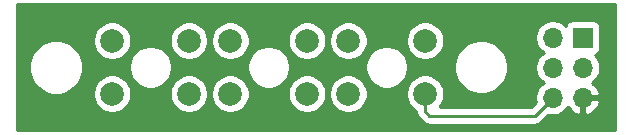
<source format=gbr>
%TF.GenerationSoftware,KiCad,Pcbnew,5.1.7-a382d34a8~88~ubuntu18.04.1*%
%TF.CreationDate,2021-05-22T21:37:03+02:00*%
%TF.ProjectId,button-board-6x6mm-3buttons,62757474-6f6e-42d6-926f-6172642d3678,v1r1*%
%TF.SameCoordinates,Original*%
%TF.FileFunction,Copper,L2,Bot*%
%TF.FilePolarity,Positive*%
%FSLAX46Y46*%
G04 Gerber Fmt 4.6, Leading zero omitted, Abs format (unit mm)*
G04 Created by KiCad (PCBNEW 5.1.7-a382d34a8~88~ubuntu18.04.1) date 2021-05-22 21:37:03*
%MOMM*%
%LPD*%
G01*
G04 APERTURE LIST*
%TA.AperFunction,ComponentPad*%
%ADD10C,2.000000*%
%TD*%
%TA.AperFunction,ComponentPad*%
%ADD11O,1.700000X1.700000*%
%TD*%
%TA.AperFunction,ComponentPad*%
%ADD12R,1.700000X1.700000*%
%TD*%
%TA.AperFunction,ViaPad*%
%ADD13C,0.800000*%
%TD*%
%TA.AperFunction,Conductor*%
%ADD14C,0.250000*%
%TD*%
%TA.AperFunction,Conductor*%
%ADD15C,0.254000*%
%TD*%
%TA.AperFunction,Conductor*%
%ADD16C,0.100000*%
%TD*%
G04 APERTURE END LIST*
D10*
%TO.P,SW3,1*%
%TO.N,Net-(C3-Pad1)*%
X71750000Y-39750000D03*
%TO.P,SW3,2*%
%TO.N,Net-(C3-Pad2)*%
X71750000Y-44250000D03*
%TO.P,SW3,1*%
%TO.N,Net-(C3-Pad1)*%
X65250000Y-39750000D03*
%TO.P,SW3,2*%
%TO.N,Net-(C3-Pad2)*%
X65250000Y-44250000D03*
%TD*%
%TO.P,SW2,1*%
%TO.N,Net-(C2-Pad1)*%
X61750000Y-39750000D03*
%TO.P,SW2,2*%
%TO.N,Net-(C2-Pad2)*%
X61750000Y-44250000D03*
%TO.P,SW2,1*%
%TO.N,Net-(C2-Pad1)*%
X55250000Y-39750000D03*
%TO.P,SW2,2*%
%TO.N,Net-(C2-Pad2)*%
X55250000Y-44250000D03*
%TD*%
D11*
%TO.P,J1,6*%
%TO.N,Net-(C3-Pad2)*%
X82560000Y-44580000D03*
%TO.P,J1,5*%
%TO.N,GND*%
X85100000Y-44580000D03*
%TO.P,J1,4*%
%TO.N,Net-(C2-Pad2)*%
X82560000Y-42040000D03*
%TO.P,J1,3*%
%TO.N,Net-(J1-Pad3)*%
X85100000Y-42040000D03*
%TO.P,J1,2*%
%TO.N,Net-(C1-Pad2)*%
X82560000Y-39500000D03*
D12*
%TO.P,J1,1*%
%TO.N,VCC*%
X85100000Y-39500000D03*
%TD*%
D10*
%TO.P,SW1,1*%
%TO.N,Net-(C1-Pad1)*%
X51750000Y-39750000D03*
%TO.P,SW1,2*%
%TO.N,Net-(C1-Pad2)*%
X51750000Y-44250000D03*
%TO.P,SW1,1*%
%TO.N,Net-(C1-Pad1)*%
X45250000Y-39750000D03*
%TO.P,SW1,2*%
%TO.N,Net-(C1-Pad2)*%
X45250000Y-44250000D03*
%TD*%
D13*
%TO.N,GND*%
X62900000Y-37100000D03*
X53400000Y-37100000D03*
X43500000Y-37100000D03*
X81500000Y-37100000D03*
X80050000Y-37100000D03*
X73150000Y-37100000D03*
X72200000Y-37100000D03*
%TD*%
D14*
%TO.N,Net-(C3-Pad2)*%
X71750000Y-44250000D02*
X71750000Y-45750000D01*
X71750000Y-45750000D02*
X72100000Y-46100000D01*
X81040000Y-46100000D02*
X82560000Y-44580000D01*
X72100000Y-46100000D02*
X81040000Y-46100000D01*
%TD*%
D15*
%TO.N,GND*%
X87840001Y-47340000D02*
X37160000Y-47340000D01*
X37160000Y-41771620D01*
X38181220Y-41771620D01*
X38181220Y-42228380D01*
X38270329Y-42676363D01*
X38445123Y-43098354D01*
X38698886Y-43478136D01*
X39021864Y-43801114D01*
X39401646Y-44054877D01*
X39823637Y-44229671D01*
X40271620Y-44318780D01*
X40728380Y-44318780D01*
X41176363Y-44229671D01*
X41516053Y-44088967D01*
X43615000Y-44088967D01*
X43615000Y-44411033D01*
X43677832Y-44726912D01*
X43801082Y-45024463D01*
X43980013Y-45292252D01*
X44207748Y-45519987D01*
X44475537Y-45698918D01*
X44773088Y-45822168D01*
X45088967Y-45885000D01*
X45411033Y-45885000D01*
X45726912Y-45822168D01*
X46024463Y-45698918D01*
X46292252Y-45519987D01*
X46519987Y-45292252D01*
X46698918Y-45024463D01*
X46822168Y-44726912D01*
X46885000Y-44411033D01*
X46885000Y-44088967D01*
X50115000Y-44088967D01*
X50115000Y-44411033D01*
X50177832Y-44726912D01*
X50301082Y-45024463D01*
X50480013Y-45292252D01*
X50707748Y-45519987D01*
X50975537Y-45698918D01*
X51273088Y-45822168D01*
X51588967Y-45885000D01*
X51911033Y-45885000D01*
X52226912Y-45822168D01*
X52524463Y-45698918D01*
X52792252Y-45519987D01*
X53019987Y-45292252D01*
X53198918Y-45024463D01*
X53322168Y-44726912D01*
X53385000Y-44411033D01*
X53385000Y-44088967D01*
X53615000Y-44088967D01*
X53615000Y-44411033D01*
X53677832Y-44726912D01*
X53801082Y-45024463D01*
X53980013Y-45292252D01*
X54207748Y-45519987D01*
X54475537Y-45698918D01*
X54773088Y-45822168D01*
X55088967Y-45885000D01*
X55411033Y-45885000D01*
X55726912Y-45822168D01*
X56024463Y-45698918D01*
X56292252Y-45519987D01*
X56519987Y-45292252D01*
X56698918Y-45024463D01*
X56822168Y-44726912D01*
X56885000Y-44411033D01*
X56885000Y-44088967D01*
X60115000Y-44088967D01*
X60115000Y-44411033D01*
X60177832Y-44726912D01*
X60301082Y-45024463D01*
X60480013Y-45292252D01*
X60707748Y-45519987D01*
X60975537Y-45698918D01*
X61273088Y-45822168D01*
X61588967Y-45885000D01*
X61911033Y-45885000D01*
X62226912Y-45822168D01*
X62524463Y-45698918D01*
X62792252Y-45519987D01*
X63019987Y-45292252D01*
X63198918Y-45024463D01*
X63322168Y-44726912D01*
X63385000Y-44411033D01*
X63385000Y-44088967D01*
X63615000Y-44088967D01*
X63615000Y-44411033D01*
X63677832Y-44726912D01*
X63801082Y-45024463D01*
X63980013Y-45292252D01*
X64207748Y-45519987D01*
X64475537Y-45698918D01*
X64773088Y-45822168D01*
X65088967Y-45885000D01*
X65411033Y-45885000D01*
X65726912Y-45822168D01*
X66024463Y-45698918D01*
X66292252Y-45519987D01*
X66519987Y-45292252D01*
X66698918Y-45024463D01*
X66822168Y-44726912D01*
X66885000Y-44411033D01*
X66885000Y-44088967D01*
X70115000Y-44088967D01*
X70115000Y-44411033D01*
X70177832Y-44726912D01*
X70301082Y-45024463D01*
X70480013Y-45292252D01*
X70707748Y-45519987D01*
X70975537Y-45698918D01*
X70990001Y-45704909D01*
X70990001Y-45712668D01*
X70986324Y-45750000D01*
X70990001Y-45787333D01*
X71000998Y-45898986D01*
X71014180Y-45942442D01*
X71044454Y-46042246D01*
X71115026Y-46174276D01*
X71176339Y-46248985D01*
X71210000Y-46290001D01*
X71238998Y-46313799D01*
X71536196Y-46610997D01*
X71559999Y-46640001D01*
X71675724Y-46734974D01*
X71807753Y-46805546D01*
X71951014Y-46849003D01*
X72062667Y-46860000D01*
X72062675Y-46860000D01*
X72100000Y-46863676D01*
X72137325Y-46860000D01*
X81002678Y-46860000D01*
X81040000Y-46863676D01*
X81077322Y-46860000D01*
X81077333Y-46860000D01*
X81188986Y-46849003D01*
X81332247Y-46805546D01*
X81464276Y-46734974D01*
X81580001Y-46640001D01*
X81603804Y-46610997D01*
X82193592Y-46021209D01*
X82413740Y-46065000D01*
X82706260Y-46065000D01*
X82993158Y-46007932D01*
X83263411Y-45895990D01*
X83506632Y-45733475D01*
X83713475Y-45526632D01*
X83831100Y-45350594D01*
X84002412Y-45580269D01*
X84218645Y-45775178D01*
X84468748Y-45924157D01*
X84743109Y-46021481D01*
X84973000Y-45900814D01*
X84973000Y-44707000D01*
X85227000Y-44707000D01*
X85227000Y-45900814D01*
X85456891Y-46021481D01*
X85731252Y-45924157D01*
X85981355Y-45775178D01*
X86197588Y-45580269D01*
X86371641Y-45346920D01*
X86496825Y-45084099D01*
X86541476Y-44936890D01*
X86420155Y-44707000D01*
X85227000Y-44707000D01*
X84973000Y-44707000D01*
X84953000Y-44707000D01*
X84953000Y-44453000D01*
X84973000Y-44453000D01*
X84973000Y-44433000D01*
X85227000Y-44433000D01*
X85227000Y-44453000D01*
X86420155Y-44453000D01*
X86541476Y-44223110D01*
X86496825Y-44075901D01*
X86371641Y-43813080D01*
X86197588Y-43579731D01*
X85981355Y-43384822D01*
X85864466Y-43315195D01*
X86046632Y-43193475D01*
X86253475Y-42986632D01*
X86415990Y-42743411D01*
X86527932Y-42473158D01*
X86585000Y-42186260D01*
X86585000Y-41893740D01*
X86527932Y-41606842D01*
X86415990Y-41336589D01*
X86253475Y-41093368D01*
X86121620Y-40961513D01*
X86194180Y-40939502D01*
X86304494Y-40880537D01*
X86401185Y-40801185D01*
X86480537Y-40704494D01*
X86539502Y-40594180D01*
X86575812Y-40474482D01*
X86588072Y-40350000D01*
X86588072Y-38650000D01*
X86575812Y-38525518D01*
X86539502Y-38405820D01*
X86480537Y-38295506D01*
X86401185Y-38198815D01*
X86304494Y-38119463D01*
X86194180Y-38060498D01*
X86074482Y-38024188D01*
X85950000Y-38011928D01*
X84250000Y-38011928D01*
X84125518Y-38024188D01*
X84005820Y-38060498D01*
X83895506Y-38119463D01*
X83798815Y-38198815D01*
X83719463Y-38295506D01*
X83660498Y-38405820D01*
X83638487Y-38478380D01*
X83506632Y-38346525D01*
X83263411Y-38184010D01*
X82993158Y-38072068D01*
X82706260Y-38015000D01*
X82413740Y-38015000D01*
X82126842Y-38072068D01*
X81856589Y-38184010D01*
X81613368Y-38346525D01*
X81406525Y-38553368D01*
X81244010Y-38796589D01*
X81132068Y-39066842D01*
X81075000Y-39353740D01*
X81075000Y-39646260D01*
X81132068Y-39933158D01*
X81244010Y-40203411D01*
X81406525Y-40446632D01*
X81613368Y-40653475D01*
X81787760Y-40770000D01*
X81613368Y-40886525D01*
X81406525Y-41093368D01*
X81244010Y-41336589D01*
X81132068Y-41606842D01*
X81075000Y-41893740D01*
X81075000Y-42186260D01*
X81132068Y-42473158D01*
X81244010Y-42743411D01*
X81406525Y-42986632D01*
X81613368Y-43193475D01*
X81787760Y-43310000D01*
X81613368Y-43426525D01*
X81406525Y-43633368D01*
X81244010Y-43876589D01*
X81132068Y-44146842D01*
X81075000Y-44433740D01*
X81075000Y-44726260D01*
X81118791Y-44946408D01*
X80725199Y-45340000D01*
X72972239Y-45340000D01*
X73019987Y-45292252D01*
X73198918Y-45024463D01*
X73322168Y-44726912D01*
X73385000Y-44411033D01*
X73385000Y-44088967D01*
X73322168Y-43773088D01*
X73198918Y-43475537D01*
X73019987Y-43207748D01*
X72792252Y-42980013D01*
X72524463Y-42801082D01*
X72226912Y-42677832D01*
X71911033Y-42615000D01*
X71588967Y-42615000D01*
X71273088Y-42677832D01*
X70975537Y-42801082D01*
X70707748Y-42980013D01*
X70480013Y-43207748D01*
X70301082Y-43475537D01*
X70177832Y-43773088D01*
X70115000Y-44088967D01*
X66885000Y-44088967D01*
X66822168Y-43773088D01*
X66698918Y-43475537D01*
X66519987Y-43207748D01*
X66292252Y-42980013D01*
X66024463Y-42801082D01*
X65726912Y-42677832D01*
X65411033Y-42615000D01*
X65088967Y-42615000D01*
X64773088Y-42677832D01*
X64475537Y-42801082D01*
X64207748Y-42980013D01*
X63980013Y-43207748D01*
X63801082Y-43475537D01*
X63677832Y-43773088D01*
X63615000Y-44088967D01*
X63385000Y-44088967D01*
X63322168Y-43773088D01*
X63198918Y-43475537D01*
X63019987Y-43207748D01*
X62792252Y-42980013D01*
X62524463Y-42801082D01*
X62226912Y-42677832D01*
X61911033Y-42615000D01*
X61588967Y-42615000D01*
X61273088Y-42677832D01*
X60975537Y-42801082D01*
X60707748Y-42980013D01*
X60480013Y-43207748D01*
X60301082Y-43475537D01*
X60177832Y-43773088D01*
X60115000Y-44088967D01*
X56885000Y-44088967D01*
X56822168Y-43773088D01*
X56698918Y-43475537D01*
X56519987Y-43207748D01*
X56292252Y-42980013D01*
X56024463Y-42801082D01*
X55726912Y-42677832D01*
X55411033Y-42615000D01*
X55088967Y-42615000D01*
X54773088Y-42677832D01*
X54475537Y-42801082D01*
X54207748Y-42980013D01*
X53980013Y-43207748D01*
X53801082Y-43475537D01*
X53677832Y-43773088D01*
X53615000Y-44088967D01*
X53385000Y-44088967D01*
X53322168Y-43773088D01*
X53198918Y-43475537D01*
X53019987Y-43207748D01*
X52792252Y-42980013D01*
X52524463Y-42801082D01*
X52226912Y-42677832D01*
X51911033Y-42615000D01*
X51588967Y-42615000D01*
X51273088Y-42677832D01*
X50975537Y-42801082D01*
X50707748Y-42980013D01*
X50480013Y-43207748D01*
X50301082Y-43475537D01*
X50177832Y-43773088D01*
X50115000Y-44088967D01*
X46885000Y-44088967D01*
X46822168Y-43773088D01*
X46698918Y-43475537D01*
X46519987Y-43207748D01*
X46292252Y-42980013D01*
X46024463Y-42801082D01*
X45726912Y-42677832D01*
X45411033Y-42615000D01*
X45088967Y-42615000D01*
X44773088Y-42677832D01*
X44475537Y-42801082D01*
X44207748Y-42980013D01*
X43980013Y-43207748D01*
X43801082Y-43475537D01*
X43677832Y-43773088D01*
X43615000Y-44088967D01*
X41516053Y-44088967D01*
X41598354Y-44054877D01*
X41978136Y-43801114D01*
X42301114Y-43478136D01*
X42554877Y-43098354D01*
X42729671Y-42676363D01*
X42818780Y-42228380D01*
X42818780Y-41820629D01*
X46678812Y-41820629D01*
X46678812Y-42179371D01*
X46748799Y-42531221D01*
X46886084Y-42862656D01*
X47085391Y-43160940D01*
X47339060Y-43414609D01*
X47637344Y-43613916D01*
X47968779Y-43751201D01*
X48320629Y-43821188D01*
X48679371Y-43821188D01*
X49031221Y-43751201D01*
X49362656Y-43613916D01*
X49660940Y-43414609D01*
X49914609Y-43160940D01*
X50113916Y-42862656D01*
X50251201Y-42531221D01*
X50321188Y-42179371D01*
X50321188Y-41820629D01*
X56678812Y-41820629D01*
X56678812Y-42179371D01*
X56748799Y-42531221D01*
X56886084Y-42862656D01*
X57085391Y-43160940D01*
X57339060Y-43414609D01*
X57637344Y-43613916D01*
X57968779Y-43751201D01*
X58320629Y-43821188D01*
X58679371Y-43821188D01*
X59031221Y-43751201D01*
X59362656Y-43613916D01*
X59660940Y-43414609D01*
X59914609Y-43160940D01*
X60113916Y-42862656D01*
X60251201Y-42531221D01*
X60321188Y-42179371D01*
X60321188Y-41820629D01*
X66678812Y-41820629D01*
X66678812Y-42179371D01*
X66748799Y-42531221D01*
X66886084Y-42862656D01*
X67085391Y-43160940D01*
X67339060Y-43414609D01*
X67637344Y-43613916D01*
X67968779Y-43751201D01*
X68320629Y-43821188D01*
X68679371Y-43821188D01*
X69031221Y-43751201D01*
X69362656Y-43613916D01*
X69660940Y-43414609D01*
X69914609Y-43160940D01*
X70113916Y-42862656D01*
X70251201Y-42531221D01*
X70321188Y-42179371D01*
X70321188Y-41820629D01*
X70312415Y-41776521D01*
X74230979Y-41776521D01*
X74230979Y-42223479D01*
X74318176Y-42661849D01*
X74489220Y-43074785D01*
X74737536Y-43446417D01*
X75053583Y-43762464D01*
X75425215Y-44010780D01*
X75838151Y-44181824D01*
X76276521Y-44269021D01*
X76723479Y-44269021D01*
X77161849Y-44181824D01*
X77574785Y-44010780D01*
X77946417Y-43762464D01*
X78262464Y-43446417D01*
X78510780Y-43074785D01*
X78681824Y-42661849D01*
X78769021Y-42223479D01*
X78769021Y-41776521D01*
X78681824Y-41338151D01*
X78510780Y-40925215D01*
X78262464Y-40553583D01*
X77946417Y-40237536D01*
X77574785Y-39989220D01*
X77161849Y-39818176D01*
X76723479Y-39730979D01*
X76276521Y-39730979D01*
X75838151Y-39818176D01*
X75425215Y-39989220D01*
X75053583Y-40237536D01*
X74737536Y-40553583D01*
X74489220Y-40925215D01*
X74318176Y-41338151D01*
X74230979Y-41776521D01*
X70312415Y-41776521D01*
X70251201Y-41468779D01*
X70113916Y-41137344D01*
X69914609Y-40839060D01*
X69660940Y-40585391D01*
X69362656Y-40386084D01*
X69031221Y-40248799D01*
X68679371Y-40178812D01*
X68320629Y-40178812D01*
X67968779Y-40248799D01*
X67637344Y-40386084D01*
X67339060Y-40585391D01*
X67085391Y-40839060D01*
X66886084Y-41137344D01*
X66748799Y-41468779D01*
X66678812Y-41820629D01*
X60321188Y-41820629D01*
X60251201Y-41468779D01*
X60113916Y-41137344D01*
X59914609Y-40839060D01*
X59660940Y-40585391D01*
X59362656Y-40386084D01*
X59031221Y-40248799D01*
X58679371Y-40178812D01*
X58320629Y-40178812D01*
X57968779Y-40248799D01*
X57637344Y-40386084D01*
X57339060Y-40585391D01*
X57085391Y-40839060D01*
X56886084Y-41137344D01*
X56748799Y-41468779D01*
X56678812Y-41820629D01*
X50321188Y-41820629D01*
X50251201Y-41468779D01*
X50113916Y-41137344D01*
X49914609Y-40839060D01*
X49660940Y-40585391D01*
X49362656Y-40386084D01*
X49031221Y-40248799D01*
X48679371Y-40178812D01*
X48320629Y-40178812D01*
X47968779Y-40248799D01*
X47637344Y-40386084D01*
X47339060Y-40585391D01*
X47085391Y-40839060D01*
X46886084Y-41137344D01*
X46748799Y-41468779D01*
X46678812Y-41820629D01*
X42818780Y-41820629D01*
X42818780Y-41771620D01*
X42729671Y-41323637D01*
X42554877Y-40901646D01*
X42301114Y-40521864D01*
X41978136Y-40198886D01*
X41598354Y-39945123D01*
X41176363Y-39770329D01*
X40728380Y-39681220D01*
X40271620Y-39681220D01*
X39823637Y-39770329D01*
X39401646Y-39945123D01*
X39021864Y-40198886D01*
X38698886Y-40521864D01*
X38445123Y-40901646D01*
X38270329Y-41323637D01*
X38181220Y-41771620D01*
X37160000Y-41771620D01*
X37160000Y-39588967D01*
X43615000Y-39588967D01*
X43615000Y-39911033D01*
X43677832Y-40226912D01*
X43801082Y-40524463D01*
X43980013Y-40792252D01*
X44207748Y-41019987D01*
X44475537Y-41198918D01*
X44773088Y-41322168D01*
X45088967Y-41385000D01*
X45411033Y-41385000D01*
X45726912Y-41322168D01*
X46024463Y-41198918D01*
X46292252Y-41019987D01*
X46519987Y-40792252D01*
X46698918Y-40524463D01*
X46822168Y-40226912D01*
X46885000Y-39911033D01*
X46885000Y-39588967D01*
X50115000Y-39588967D01*
X50115000Y-39911033D01*
X50177832Y-40226912D01*
X50301082Y-40524463D01*
X50480013Y-40792252D01*
X50707748Y-41019987D01*
X50975537Y-41198918D01*
X51273088Y-41322168D01*
X51588967Y-41385000D01*
X51911033Y-41385000D01*
X52226912Y-41322168D01*
X52524463Y-41198918D01*
X52792252Y-41019987D01*
X53019987Y-40792252D01*
X53198918Y-40524463D01*
X53322168Y-40226912D01*
X53385000Y-39911033D01*
X53385000Y-39588967D01*
X53615000Y-39588967D01*
X53615000Y-39911033D01*
X53677832Y-40226912D01*
X53801082Y-40524463D01*
X53980013Y-40792252D01*
X54207748Y-41019987D01*
X54475537Y-41198918D01*
X54773088Y-41322168D01*
X55088967Y-41385000D01*
X55411033Y-41385000D01*
X55726912Y-41322168D01*
X56024463Y-41198918D01*
X56292252Y-41019987D01*
X56519987Y-40792252D01*
X56698918Y-40524463D01*
X56822168Y-40226912D01*
X56885000Y-39911033D01*
X56885000Y-39588967D01*
X60115000Y-39588967D01*
X60115000Y-39911033D01*
X60177832Y-40226912D01*
X60301082Y-40524463D01*
X60480013Y-40792252D01*
X60707748Y-41019987D01*
X60975537Y-41198918D01*
X61273088Y-41322168D01*
X61588967Y-41385000D01*
X61911033Y-41385000D01*
X62226912Y-41322168D01*
X62524463Y-41198918D01*
X62792252Y-41019987D01*
X63019987Y-40792252D01*
X63198918Y-40524463D01*
X63322168Y-40226912D01*
X63385000Y-39911033D01*
X63385000Y-39588967D01*
X63615000Y-39588967D01*
X63615000Y-39911033D01*
X63677832Y-40226912D01*
X63801082Y-40524463D01*
X63980013Y-40792252D01*
X64207748Y-41019987D01*
X64475537Y-41198918D01*
X64773088Y-41322168D01*
X65088967Y-41385000D01*
X65411033Y-41385000D01*
X65726912Y-41322168D01*
X66024463Y-41198918D01*
X66292252Y-41019987D01*
X66519987Y-40792252D01*
X66698918Y-40524463D01*
X66822168Y-40226912D01*
X66885000Y-39911033D01*
X66885000Y-39588967D01*
X70115000Y-39588967D01*
X70115000Y-39911033D01*
X70177832Y-40226912D01*
X70301082Y-40524463D01*
X70480013Y-40792252D01*
X70707748Y-41019987D01*
X70975537Y-41198918D01*
X71273088Y-41322168D01*
X71588967Y-41385000D01*
X71911033Y-41385000D01*
X72226912Y-41322168D01*
X72524463Y-41198918D01*
X72792252Y-41019987D01*
X73019987Y-40792252D01*
X73198918Y-40524463D01*
X73322168Y-40226912D01*
X73385000Y-39911033D01*
X73385000Y-39588967D01*
X73322168Y-39273088D01*
X73198918Y-38975537D01*
X73019987Y-38707748D01*
X72792252Y-38480013D01*
X72524463Y-38301082D01*
X72226912Y-38177832D01*
X71911033Y-38115000D01*
X71588967Y-38115000D01*
X71273088Y-38177832D01*
X70975537Y-38301082D01*
X70707748Y-38480013D01*
X70480013Y-38707748D01*
X70301082Y-38975537D01*
X70177832Y-39273088D01*
X70115000Y-39588967D01*
X66885000Y-39588967D01*
X66822168Y-39273088D01*
X66698918Y-38975537D01*
X66519987Y-38707748D01*
X66292252Y-38480013D01*
X66024463Y-38301082D01*
X65726912Y-38177832D01*
X65411033Y-38115000D01*
X65088967Y-38115000D01*
X64773088Y-38177832D01*
X64475537Y-38301082D01*
X64207748Y-38480013D01*
X63980013Y-38707748D01*
X63801082Y-38975537D01*
X63677832Y-39273088D01*
X63615000Y-39588967D01*
X63385000Y-39588967D01*
X63322168Y-39273088D01*
X63198918Y-38975537D01*
X63019987Y-38707748D01*
X62792252Y-38480013D01*
X62524463Y-38301082D01*
X62226912Y-38177832D01*
X61911033Y-38115000D01*
X61588967Y-38115000D01*
X61273088Y-38177832D01*
X60975537Y-38301082D01*
X60707748Y-38480013D01*
X60480013Y-38707748D01*
X60301082Y-38975537D01*
X60177832Y-39273088D01*
X60115000Y-39588967D01*
X56885000Y-39588967D01*
X56822168Y-39273088D01*
X56698918Y-38975537D01*
X56519987Y-38707748D01*
X56292252Y-38480013D01*
X56024463Y-38301082D01*
X55726912Y-38177832D01*
X55411033Y-38115000D01*
X55088967Y-38115000D01*
X54773088Y-38177832D01*
X54475537Y-38301082D01*
X54207748Y-38480013D01*
X53980013Y-38707748D01*
X53801082Y-38975537D01*
X53677832Y-39273088D01*
X53615000Y-39588967D01*
X53385000Y-39588967D01*
X53322168Y-39273088D01*
X53198918Y-38975537D01*
X53019987Y-38707748D01*
X52792252Y-38480013D01*
X52524463Y-38301082D01*
X52226912Y-38177832D01*
X51911033Y-38115000D01*
X51588967Y-38115000D01*
X51273088Y-38177832D01*
X50975537Y-38301082D01*
X50707748Y-38480013D01*
X50480013Y-38707748D01*
X50301082Y-38975537D01*
X50177832Y-39273088D01*
X50115000Y-39588967D01*
X46885000Y-39588967D01*
X46822168Y-39273088D01*
X46698918Y-38975537D01*
X46519987Y-38707748D01*
X46292252Y-38480013D01*
X46024463Y-38301082D01*
X45726912Y-38177832D01*
X45411033Y-38115000D01*
X45088967Y-38115000D01*
X44773088Y-38177832D01*
X44475537Y-38301082D01*
X44207748Y-38480013D01*
X43980013Y-38707748D01*
X43801082Y-38975537D01*
X43677832Y-39273088D01*
X43615000Y-39588967D01*
X37160000Y-39588967D01*
X37160000Y-36667275D01*
X37160666Y-36660487D01*
X37165301Y-36660000D01*
X87840000Y-36660000D01*
X87840001Y-47340000D01*
%TA.AperFunction,Conductor*%
D16*
G36*
X87840001Y-47340000D02*
G01*
X37160000Y-47340000D01*
X37160000Y-41771620D01*
X38181220Y-41771620D01*
X38181220Y-42228380D01*
X38270329Y-42676363D01*
X38445123Y-43098354D01*
X38698886Y-43478136D01*
X39021864Y-43801114D01*
X39401646Y-44054877D01*
X39823637Y-44229671D01*
X40271620Y-44318780D01*
X40728380Y-44318780D01*
X41176363Y-44229671D01*
X41516053Y-44088967D01*
X43615000Y-44088967D01*
X43615000Y-44411033D01*
X43677832Y-44726912D01*
X43801082Y-45024463D01*
X43980013Y-45292252D01*
X44207748Y-45519987D01*
X44475537Y-45698918D01*
X44773088Y-45822168D01*
X45088967Y-45885000D01*
X45411033Y-45885000D01*
X45726912Y-45822168D01*
X46024463Y-45698918D01*
X46292252Y-45519987D01*
X46519987Y-45292252D01*
X46698918Y-45024463D01*
X46822168Y-44726912D01*
X46885000Y-44411033D01*
X46885000Y-44088967D01*
X50115000Y-44088967D01*
X50115000Y-44411033D01*
X50177832Y-44726912D01*
X50301082Y-45024463D01*
X50480013Y-45292252D01*
X50707748Y-45519987D01*
X50975537Y-45698918D01*
X51273088Y-45822168D01*
X51588967Y-45885000D01*
X51911033Y-45885000D01*
X52226912Y-45822168D01*
X52524463Y-45698918D01*
X52792252Y-45519987D01*
X53019987Y-45292252D01*
X53198918Y-45024463D01*
X53322168Y-44726912D01*
X53385000Y-44411033D01*
X53385000Y-44088967D01*
X53615000Y-44088967D01*
X53615000Y-44411033D01*
X53677832Y-44726912D01*
X53801082Y-45024463D01*
X53980013Y-45292252D01*
X54207748Y-45519987D01*
X54475537Y-45698918D01*
X54773088Y-45822168D01*
X55088967Y-45885000D01*
X55411033Y-45885000D01*
X55726912Y-45822168D01*
X56024463Y-45698918D01*
X56292252Y-45519987D01*
X56519987Y-45292252D01*
X56698918Y-45024463D01*
X56822168Y-44726912D01*
X56885000Y-44411033D01*
X56885000Y-44088967D01*
X60115000Y-44088967D01*
X60115000Y-44411033D01*
X60177832Y-44726912D01*
X60301082Y-45024463D01*
X60480013Y-45292252D01*
X60707748Y-45519987D01*
X60975537Y-45698918D01*
X61273088Y-45822168D01*
X61588967Y-45885000D01*
X61911033Y-45885000D01*
X62226912Y-45822168D01*
X62524463Y-45698918D01*
X62792252Y-45519987D01*
X63019987Y-45292252D01*
X63198918Y-45024463D01*
X63322168Y-44726912D01*
X63385000Y-44411033D01*
X63385000Y-44088967D01*
X63615000Y-44088967D01*
X63615000Y-44411033D01*
X63677832Y-44726912D01*
X63801082Y-45024463D01*
X63980013Y-45292252D01*
X64207748Y-45519987D01*
X64475537Y-45698918D01*
X64773088Y-45822168D01*
X65088967Y-45885000D01*
X65411033Y-45885000D01*
X65726912Y-45822168D01*
X66024463Y-45698918D01*
X66292252Y-45519987D01*
X66519987Y-45292252D01*
X66698918Y-45024463D01*
X66822168Y-44726912D01*
X66885000Y-44411033D01*
X66885000Y-44088967D01*
X70115000Y-44088967D01*
X70115000Y-44411033D01*
X70177832Y-44726912D01*
X70301082Y-45024463D01*
X70480013Y-45292252D01*
X70707748Y-45519987D01*
X70975537Y-45698918D01*
X70990001Y-45704909D01*
X70990001Y-45712668D01*
X70986324Y-45750000D01*
X70990001Y-45787333D01*
X71000998Y-45898986D01*
X71014180Y-45942442D01*
X71044454Y-46042246D01*
X71115026Y-46174276D01*
X71176339Y-46248985D01*
X71210000Y-46290001D01*
X71238998Y-46313799D01*
X71536196Y-46610997D01*
X71559999Y-46640001D01*
X71675724Y-46734974D01*
X71807753Y-46805546D01*
X71951014Y-46849003D01*
X72062667Y-46860000D01*
X72062675Y-46860000D01*
X72100000Y-46863676D01*
X72137325Y-46860000D01*
X81002678Y-46860000D01*
X81040000Y-46863676D01*
X81077322Y-46860000D01*
X81077333Y-46860000D01*
X81188986Y-46849003D01*
X81332247Y-46805546D01*
X81464276Y-46734974D01*
X81580001Y-46640001D01*
X81603804Y-46610997D01*
X82193592Y-46021209D01*
X82413740Y-46065000D01*
X82706260Y-46065000D01*
X82993158Y-46007932D01*
X83263411Y-45895990D01*
X83506632Y-45733475D01*
X83713475Y-45526632D01*
X83831100Y-45350594D01*
X84002412Y-45580269D01*
X84218645Y-45775178D01*
X84468748Y-45924157D01*
X84743109Y-46021481D01*
X84973000Y-45900814D01*
X84973000Y-44707000D01*
X85227000Y-44707000D01*
X85227000Y-45900814D01*
X85456891Y-46021481D01*
X85731252Y-45924157D01*
X85981355Y-45775178D01*
X86197588Y-45580269D01*
X86371641Y-45346920D01*
X86496825Y-45084099D01*
X86541476Y-44936890D01*
X86420155Y-44707000D01*
X85227000Y-44707000D01*
X84973000Y-44707000D01*
X84953000Y-44707000D01*
X84953000Y-44453000D01*
X84973000Y-44453000D01*
X84973000Y-44433000D01*
X85227000Y-44433000D01*
X85227000Y-44453000D01*
X86420155Y-44453000D01*
X86541476Y-44223110D01*
X86496825Y-44075901D01*
X86371641Y-43813080D01*
X86197588Y-43579731D01*
X85981355Y-43384822D01*
X85864466Y-43315195D01*
X86046632Y-43193475D01*
X86253475Y-42986632D01*
X86415990Y-42743411D01*
X86527932Y-42473158D01*
X86585000Y-42186260D01*
X86585000Y-41893740D01*
X86527932Y-41606842D01*
X86415990Y-41336589D01*
X86253475Y-41093368D01*
X86121620Y-40961513D01*
X86194180Y-40939502D01*
X86304494Y-40880537D01*
X86401185Y-40801185D01*
X86480537Y-40704494D01*
X86539502Y-40594180D01*
X86575812Y-40474482D01*
X86588072Y-40350000D01*
X86588072Y-38650000D01*
X86575812Y-38525518D01*
X86539502Y-38405820D01*
X86480537Y-38295506D01*
X86401185Y-38198815D01*
X86304494Y-38119463D01*
X86194180Y-38060498D01*
X86074482Y-38024188D01*
X85950000Y-38011928D01*
X84250000Y-38011928D01*
X84125518Y-38024188D01*
X84005820Y-38060498D01*
X83895506Y-38119463D01*
X83798815Y-38198815D01*
X83719463Y-38295506D01*
X83660498Y-38405820D01*
X83638487Y-38478380D01*
X83506632Y-38346525D01*
X83263411Y-38184010D01*
X82993158Y-38072068D01*
X82706260Y-38015000D01*
X82413740Y-38015000D01*
X82126842Y-38072068D01*
X81856589Y-38184010D01*
X81613368Y-38346525D01*
X81406525Y-38553368D01*
X81244010Y-38796589D01*
X81132068Y-39066842D01*
X81075000Y-39353740D01*
X81075000Y-39646260D01*
X81132068Y-39933158D01*
X81244010Y-40203411D01*
X81406525Y-40446632D01*
X81613368Y-40653475D01*
X81787760Y-40770000D01*
X81613368Y-40886525D01*
X81406525Y-41093368D01*
X81244010Y-41336589D01*
X81132068Y-41606842D01*
X81075000Y-41893740D01*
X81075000Y-42186260D01*
X81132068Y-42473158D01*
X81244010Y-42743411D01*
X81406525Y-42986632D01*
X81613368Y-43193475D01*
X81787760Y-43310000D01*
X81613368Y-43426525D01*
X81406525Y-43633368D01*
X81244010Y-43876589D01*
X81132068Y-44146842D01*
X81075000Y-44433740D01*
X81075000Y-44726260D01*
X81118791Y-44946408D01*
X80725199Y-45340000D01*
X72972239Y-45340000D01*
X73019987Y-45292252D01*
X73198918Y-45024463D01*
X73322168Y-44726912D01*
X73385000Y-44411033D01*
X73385000Y-44088967D01*
X73322168Y-43773088D01*
X73198918Y-43475537D01*
X73019987Y-43207748D01*
X72792252Y-42980013D01*
X72524463Y-42801082D01*
X72226912Y-42677832D01*
X71911033Y-42615000D01*
X71588967Y-42615000D01*
X71273088Y-42677832D01*
X70975537Y-42801082D01*
X70707748Y-42980013D01*
X70480013Y-43207748D01*
X70301082Y-43475537D01*
X70177832Y-43773088D01*
X70115000Y-44088967D01*
X66885000Y-44088967D01*
X66822168Y-43773088D01*
X66698918Y-43475537D01*
X66519987Y-43207748D01*
X66292252Y-42980013D01*
X66024463Y-42801082D01*
X65726912Y-42677832D01*
X65411033Y-42615000D01*
X65088967Y-42615000D01*
X64773088Y-42677832D01*
X64475537Y-42801082D01*
X64207748Y-42980013D01*
X63980013Y-43207748D01*
X63801082Y-43475537D01*
X63677832Y-43773088D01*
X63615000Y-44088967D01*
X63385000Y-44088967D01*
X63322168Y-43773088D01*
X63198918Y-43475537D01*
X63019987Y-43207748D01*
X62792252Y-42980013D01*
X62524463Y-42801082D01*
X62226912Y-42677832D01*
X61911033Y-42615000D01*
X61588967Y-42615000D01*
X61273088Y-42677832D01*
X60975537Y-42801082D01*
X60707748Y-42980013D01*
X60480013Y-43207748D01*
X60301082Y-43475537D01*
X60177832Y-43773088D01*
X60115000Y-44088967D01*
X56885000Y-44088967D01*
X56822168Y-43773088D01*
X56698918Y-43475537D01*
X56519987Y-43207748D01*
X56292252Y-42980013D01*
X56024463Y-42801082D01*
X55726912Y-42677832D01*
X55411033Y-42615000D01*
X55088967Y-42615000D01*
X54773088Y-42677832D01*
X54475537Y-42801082D01*
X54207748Y-42980013D01*
X53980013Y-43207748D01*
X53801082Y-43475537D01*
X53677832Y-43773088D01*
X53615000Y-44088967D01*
X53385000Y-44088967D01*
X53322168Y-43773088D01*
X53198918Y-43475537D01*
X53019987Y-43207748D01*
X52792252Y-42980013D01*
X52524463Y-42801082D01*
X52226912Y-42677832D01*
X51911033Y-42615000D01*
X51588967Y-42615000D01*
X51273088Y-42677832D01*
X50975537Y-42801082D01*
X50707748Y-42980013D01*
X50480013Y-43207748D01*
X50301082Y-43475537D01*
X50177832Y-43773088D01*
X50115000Y-44088967D01*
X46885000Y-44088967D01*
X46822168Y-43773088D01*
X46698918Y-43475537D01*
X46519987Y-43207748D01*
X46292252Y-42980013D01*
X46024463Y-42801082D01*
X45726912Y-42677832D01*
X45411033Y-42615000D01*
X45088967Y-42615000D01*
X44773088Y-42677832D01*
X44475537Y-42801082D01*
X44207748Y-42980013D01*
X43980013Y-43207748D01*
X43801082Y-43475537D01*
X43677832Y-43773088D01*
X43615000Y-44088967D01*
X41516053Y-44088967D01*
X41598354Y-44054877D01*
X41978136Y-43801114D01*
X42301114Y-43478136D01*
X42554877Y-43098354D01*
X42729671Y-42676363D01*
X42818780Y-42228380D01*
X42818780Y-41820629D01*
X46678812Y-41820629D01*
X46678812Y-42179371D01*
X46748799Y-42531221D01*
X46886084Y-42862656D01*
X47085391Y-43160940D01*
X47339060Y-43414609D01*
X47637344Y-43613916D01*
X47968779Y-43751201D01*
X48320629Y-43821188D01*
X48679371Y-43821188D01*
X49031221Y-43751201D01*
X49362656Y-43613916D01*
X49660940Y-43414609D01*
X49914609Y-43160940D01*
X50113916Y-42862656D01*
X50251201Y-42531221D01*
X50321188Y-42179371D01*
X50321188Y-41820629D01*
X56678812Y-41820629D01*
X56678812Y-42179371D01*
X56748799Y-42531221D01*
X56886084Y-42862656D01*
X57085391Y-43160940D01*
X57339060Y-43414609D01*
X57637344Y-43613916D01*
X57968779Y-43751201D01*
X58320629Y-43821188D01*
X58679371Y-43821188D01*
X59031221Y-43751201D01*
X59362656Y-43613916D01*
X59660940Y-43414609D01*
X59914609Y-43160940D01*
X60113916Y-42862656D01*
X60251201Y-42531221D01*
X60321188Y-42179371D01*
X60321188Y-41820629D01*
X66678812Y-41820629D01*
X66678812Y-42179371D01*
X66748799Y-42531221D01*
X66886084Y-42862656D01*
X67085391Y-43160940D01*
X67339060Y-43414609D01*
X67637344Y-43613916D01*
X67968779Y-43751201D01*
X68320629Y-43821188D01*
X68679371Y-43821188D01*
X69031221Y-43751201D01*
X69362656Y-43613916D01*
X69660940Y-43414609D01*
X69914609Y-43160940D01*
X70113916Y-42862656D01*
X70251201Y-42531221D01*
X70321188Y-42179371D01*
X70321188Y-41820629D01*
X70312415Y-41776521D01*
X74230979Y-41776521D01*
X74230979Y-42223479D01*
X74318176Y-42661849D01*
X74489220Y-43074785D01*
X74737536Y-43446417D01*
X75053583Y-43762464D01*
X75425215Y-44010780D01*
X75838151Y-44181824D01*
X76276521Y-44269021D01*
X76723479Y-44269021D01*
X77161849Y-44181824D01*
X77574785Y-44010780D01*
X77946417Y-43762464D01*
X78262464Y-43446417D01*
X78510780Y-43074785D01*
X78681824Y-42661849D01*
X78769021Y-42223479D01*
X78769021Y-41776521D01*
X78681824Y-41338151D01*
X78510780Y-40925215D01*
X78262464Y-40553583D01*
X77946417Y-40237536D01*
X77574785Y-39989220D01*
X77161849Y-39818176D01*
X76723479Y-39730979D01*
X76276521Y-39730979D01*
X75838151Y-39818176D01*
X75425215Y-39989220D01*
X75053583Y-40237536D01*
X74737536Y-40553583D01*
X74489220Y-40925215D01*
X74318176Y-41338151D01*
X74230979Y-41776521D01*
X70312415Y-41776521D01*
X70251201Y-41468779D01*
X70113916Y-41137344D01*
X69914609Y-40839060D01*
X69660940Y-40585391D01*
X69362656Y-40386084D01*
X69031221Y-40248799D01*
X68679371Y-40178812D01*
X68320629Y-40178812D01*
X67968779Y-40248799D01*
X67637344Y-40386084D01*
X67339060Y-40585391D01*
X67085391Y-40839060D01*
X66886084Y-41137344D01*
X66748799Y-41468779D01*
X66678812Y-41820629D01*
X60321188Y-41820629D01*
X60251201Y-41468779D01*
X60113916Y-41137344D01*
X59914609Y-40839060D01*
X59660940Y-40585391D01*
X59362656Y-40386084D01*
X59031221Y-40248799D01*
X58679371Y-40178812D01*
X58320629Y-40178812D01*
X57968779Y-40248799D01*
X57637344Y-40386084D01*
X57339060Y-40585391D01*
X57085391Y-40839060D01*
X56886084Y-41137344D01*
X56748799Y-41468779D01*
X56678812Y-41820629D01*
X50321188Y-41820629D01*
X50251201Y-41468779D01*
X50113916Y-41137344D01*
X49914609Y-40839060D01*
X49660940Y-40585391D01*
X49362656Y-40386084D01*
X49031221Y-40248799D01*
X48679371Y-40178812D01*
X48320629Y-40178812D01*
X47968779Y-40248799D01*
X47637344Y-40386084D01*
X47339060Y-40585391D01*
X47085391Y-40839060D01*
X46886084Y-41137344D01*
X46748799Y-41468779D01*
X46678812Y-41820629D01*
X42818780Y-41820629D01*
X42818780Y-41771620D01*
X42729671Y-41323637D01*
X42554877Y-40901646D01*
X42301114Y-40521864D01*
X41978136Y-40198886D01*
X41598354Y-39945123D01*
X41176363Y-39770329D01*
X40728380Y-39681220D01*
X40271620Y-39681220D01*
X39823637Y-39770329D01*
X39401646Y-39945123D01*
X39021864Y-40198886D01*
X38698886Y-40521864D01*
X38445123Y-40901646D01*
X38270329Y-41323637D01*
X38181220Y-41771620D01*
X37160000Y-41771620D01*
X37160000Y-39588967D01*
X43615000Y-39588967D01*
X43615000Y-39911033D01*
X43677832Y-40226912D01*
X43801082Y-40524463D01*
X43980013Y-40792252D01*
X44207748Y-41019987D01*
X44475537Y-41198918D01*
X44773088Y-41322168D01*
X45088967Y-41385000D01*
X45411033Y-41385000D01*
X45726912Y-41322168D01*
X46024463Y-41198918D01*
X46292252Y-41019987D01*
X46519987Y-40792252D01*
X46698918Y-40524463D01*
X46822168Y-40226912D01*
X46885000Y-39911033D01*
X46885000Y-39588967D01*
X50115000Y-39588967D01*
X50115000Y-39911033D01*
X50177832Y-40226912D01*
X50301082Y-40524463D01*
X50480013Y-40792252D01*
X50707748Y-41019987D01*
X50975537Y-41198918D01*
X51273088Y-41322168D01*
X51588967Y-41385000D01*
X51911033Y-41385000D01*
X52226912Y-41322168D01*
X52524463Y-41198918D01*
X52792252Y-41019987D01*
X53019987Y-40792252D01*
X53198918Y-40524463D01*
X53322168Y-40226912D01*
X53385000Y-39911033D01*
X53385000Y-39588967D01*
X53615000Y-39588967D01*
X53615000Y-39911033D01*
X53677832Y-40226912D01*
X53801082Y-40524463D01*
X53980013Y-40792252D01*
X54207748Y-41019987D01*
X54475537Y-41198918D01*
X54773088Y-41322168D01*
X55088967Y-41385000D01*
X55411033Y-41385000D01*
X55726912Y-41322168D01*
X56024463Y-41198918D01*
X56292252Y-41019987D01*
X56519987Y-40792252D01*
X56698918Y-40524463D01*
X56822168Y-40226912D01*
X56885000Y-39911033D01*
X56885000Y-39588967D01*
X60115000Y-39588967D01*
X60115000Y-39911033D01*
X60177832Y-40226912D01*
X60301082Y-40524463D01*
X60480013Y-40792252D01*
X60707748Y-41019987D01*
X60975537Y-41198918D01*
X61273088Y-41322168D01*
X61588967Y-41385000D01*
X61911033Y-41385000D01*
X62226912Y-41322168D01*
X62524463Y-41198918D01*
X62792252Y-41019987D01*
X63019987Y-40792252D01*
X63198918Y-40524463D01*
X63322168Y-40226912D01*
X63385000Y-39911033D01*
X63385000Y-39588967D01*
X63615000Y-39588967D01*
X63615000Y-39911033D01*
X63677832Y-40226912D01*
X63801082Y-40524463D01*
X63980013Y-40792252D01*
X64207748Y-41019987D01*
X64475537Y-41198918D01*
X64773088Y-41322168D01*
X65088967Y-41385000D01*
X65411033Y-41385000D01*
X65726912Y-41322168D01*
X66024463Y-41198918D01*
X66292252Y-41019987D01*
X66519987Y-40792252D01*
X66698918Y-40524463D01*
X66822168Y-40226912D01*
X66885000Y-39911033D01*
X66885000Y-39588967D01*
X70115000Y-39588967D01*
X70115000Y-39911033D01*
X70177832Y-40226912D01*
X70301082Y-40524463D01*
X70480013Y-40792252D01*
X70707748Y-41019987D01*
X70975537Y-41198918D01*
X71273088Y-41322168D01*
X71588967Y-41385000D01*
X71911033Y-41385000D01*
X72226912Y-41322168D01*
X72524463Y-41198918D01*
X72792252Y-41019987D01*
X73019987Y-40792252D01*
X73198918Y-40524463D01*
X73322168Y-40226912D01*
X73385000Y-39911033D01*
X73385000Y-39588967D01*
X73322168Y-39273088D01*
X73198918Y-38975537D01*
X73019987Y-38707748D01*
X72792252Y-38480013D01*
X72524463Y-38301082D01*
X72226912Y-38177832D01*
X71911033Y-38115000D01*
X71588967Y-38115000D01*
X71273088Y-38177832D01*
X70975537Y-38301082D01*
X70707748Y-38480013D01*
X70480013Y-38707748D01*
X70301082Y-38975537D01*
X70177832Y-39273088D01*
X70115000Y-39588967D01*
X66885000Y-39588967D01*
X66822168Y-39273088D01*
X66698918Y-38975537D01*
X66519987Y-38707748D01*
X66292252Y-38480013D01*
X66024463Y-38301082D01*
X65726912Y-38177832D01*
X65411033Y-38115000D01*
X65088967Y-38115000D01*
X64773088Y-38177832D01*
X64475537Y-38301082D01*
X64207748Y-38480013D01*
X63980013Y-38707748D01*
X63801082Y-38975537D01*
X63677832Y-39273088D01*
X63615000Y-39588967D01*
X63385000Y-39588967D01*
X63322168Y-39273088D01*
X63198918Y-38975537D01*
X63019987Y-38707748D01*
X62792252Y-38480013D01*
X62524463Y-38301082D01*
X62226912Y-38177832D01*
X61911033Y-38115000D01*
X61588967Y-38115000D01*
X61273088Y-38177832D01*
X60975537Y-38301082D01*
X60707748Y-38480013D01*
X60480013Y-38707748D01*
X60301082Y-38975537D01*
X60177832Y-39273088D01*
X60115000Y-39588967D01*
X56885000Y-39588967D01*
X56822168Y-39273088D01*
X56698918Y-38975537D01*
X56519987Y-38707748D01*
X56292252Y-38480013D01*
X56024463Y-38301082D01*
X55726912Y-38177832D01*
X55411033Y-38115000D01*
X55088967Y-38115000D01*
X54773088Y-38177832D01*
X54475537Y-38301082D01*
X54207748Y-38480013D01*
X53980013Y-38707748D01*
X53801082Y-38975537D01*
X53677832Y-39273088D01*
X53615000Y-39588967D01*
X53385000Y-39588967D01*
X53322168Y-39273088D01*
X53198918Y-38975537D01*
X53019987Y-38707748D01*
X52792252Y-38480013D01*
X52524463Y-38301082D01*
X52226912Y-38177832D01*
X51911033Y-38115000D01*
X51588967Y-38115000D01*
X51273088Y-38177832D01*
X50975537Y-38301082D01*
X50707748Y-38480013D01*
X50480013Y-38707748D01*
X50301082Y-38975537D01*
X50177832Y-39273088D01*
X50115000Y-39588967D01*
X46885000Y-39588967D01*
X46822168Y-39273088D01*
X46698918Y-38975537D01*
X46519987Y-38707748D01*
X46292252Y-38480013D01*
X46024463Y-38301082D01*
X45726912Y-38177832D01*
X45411033Y-38115000D01*
X45088967Y-38115000D01*
X44773088Y-38177832D01*
X44475537Y-38301082D01*
X44207748Y-38480013D01*
X43980013Y-38707748D01*
X43801082Y-38975537D01*
X43677832Y-39273088D01*
X43615000Y-39588967D01*
X37160000Y-39588967D01*
X37160000Y-36667275D01*
X37160666Y-36660487D01*
X37165301Y-36660000D01*
X87840000Y-36660000D01*
X87840001Y-47340000D01*
G37*
%TD.AperFunction*%
%TD*%
M02*

</source>
